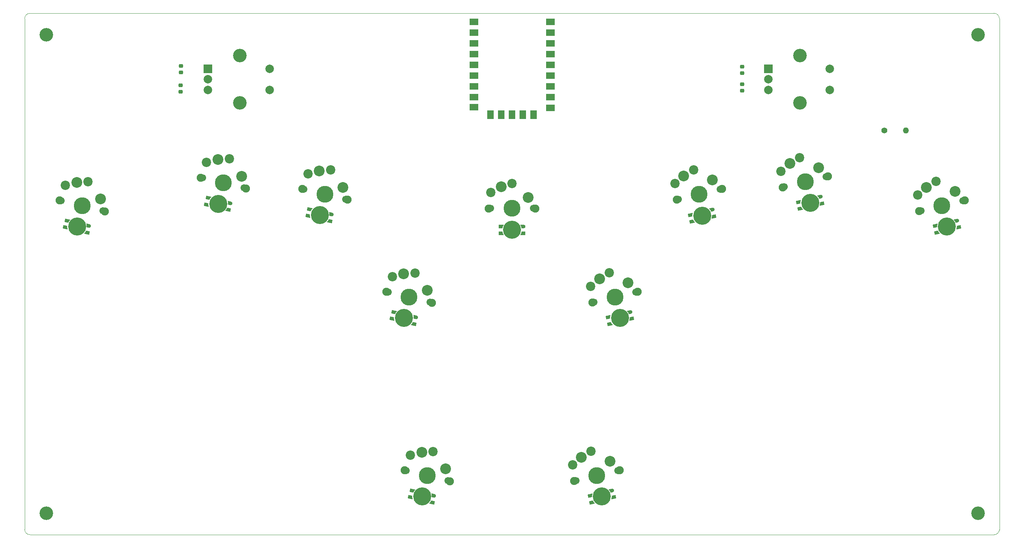
<source format=gbr>
%TF.GenerationSoftware,KiCad,Pcbnew,(6.0.1)*%
%TF.CreationDate,2023-04-04T23:27:17+09:00*%
%TF.ProjectId,MAXCON-zero,4d415843-4f4e-42d7-9a65-726f2e6b6963,rev?*%
%TF.SameCoordinates,Original*%
%TF.FileFunction,Soldermask,Top*%
%TF.FilePolarity,Negative*%
%FSLAX46Y46*%
G04 Gerber Fmt 4.6, Leading zero omitted, Abs format (unit mm)*
G04 Created by KiCad (PCBNEW (6.0.1)) date 2023-04-04 23:27:17*
%MOMM*%
%LPD*%
G01*
G04 APERTURE LIST*
G04 Aperture macros list*
%AMRoundRect*
0 Rectangle with rounded corners*
0 $1 Rounding radius*
0 $2 $3 $4 $5 $6 $7 $8 $9 X,Y pos of 4 corners*
0 Add a 4 corners polygon primitive as box body*
4,1,4,$2,$3,$4,$5,$6,$7,$8,$9,$2,$3,0*
0 Add four circle primitives for the rounded corners*
1,1,$1+$1,$2,$3*
1,1,$1+$1,$4,$5*
1,1,$1+$1,$6,$7*
1,1,$1+$1,$8,$9*
0 Add four rect primitives between the rounded corners*
20,1,$1+$1,$2,$3,$4,$5,0*
20,1,$1+$1,$4,$5,$6,$7,0*
20,1,$1+$1,$6,$7,$8,$9,0*
20,1,$1+$1,$8,$9,$2,$3,0*%
%AMFreePoly0*
4,1,34,0.539142,0.394142,0.545000,0.380000,0.545000,-0.380000,0.542091,-0.387023,0.539183,-0.394101,0.539154,-0.394113,0.539142,-0.394142,0.532183,-0.397025,0.525059,-0.400000,-0.345813,-0.402541,-0.359972,-0.396724,-0.365871,-0.382599,-0.363699,-0.377313,-0.368760,-0.369759,-0.367711,-0.364454,-0.414942,-0.174744,-0.481229,0.014483,-0.564791,0.196743,-0.661662,0.364831,-0.664143,0.365858,
-0.665002,0.367933,-0.666846,0.369219,-0.667839,0.374782,-0.670000,0.380000,-0.669139,0.382076,-0.669535,0.384289,-0.666303,0.388925,-0.664142,0.394142,-0.662066,0.395002,-0.660781,0.396846,-0.655218,0.397839,-0.650001,0.400000,0.525000,0.400000,0.539142,0.394142,0.539142,0.394142,$1*%
%AMFreePoly1*
4,1,32,0.525059,0.400001,0.532183,0.397025,0.539142,0.394142,0.539154,0.394113,0.539183,0.394101,0.542091,0.387023,0.545000,0.380000,0.545000,-0.380000,0.539142,-0.394142,0.525000,-0.400000,-0.650000,-0.400000,-0.664142,-0.394142,-0.670000,-0.380000,-0.664142,-0.365858,-0.650000,-0.360000,-0.639861,-0.360000,-0.639730,-0.359737,-0.647299,-0.349312,-0.644899,-0.334193,-0.640756,-0.331184,
-0.549199,-0.165628,-0.470962,0.011813,-0.408969,0.195560,-0.364825,0.379525,-0.365041,0.380578,-0.365871,0.382599,-0.365592,0.383268,-0.365853,0.384541,-0.363693,0.387815,-0.359972,0.396724,-0.345813,0.402541,0.525059,0.400001,0.525059,0.400001,$1*%
%AMFreePoly2*
4,1,37,0.319736,0.407785,0.429772,0.357533,0.521194,0.278316,0.586594,0.176552,0.620674,0.060484,0.620674,-0.060484,0.586594,-0.176551,0.521194,-0.278316,0.429772,-0.357533,0.319736,-0.407785,0.200000,-0.425000,-0.275000,-0.425000,-0.292678,-0.417678,-0.300000,-0.400000,-0.295208,-0.388431,-0.305365,-0.372951,-0.304263,-0.367635,-0.350273,-0.173516,-0.415031,0.020480,-0.496859,0.207915,
-0.592281,0.382137,-0.592678,0.382301,-0.593020,0.383126,-0.597072,0.386095,-0.598748,0.396955,-0.600000,0.399978,-0.599427,0.401360,-0.599990,0.405006,-0.595222,0.411514,-0.592678,0.417657,-0.589869,0.418820,-0.588682,0.420441,-0.584339,0.421111,-0.575001,0.424979,0.199999,0.425000,0.200000,0.425000,0.319736,0.407785,0.319736,0.407785,$1*%
G04 Aperture macros list end*
%TA.AperFunction,Profile*%
%ADD10C,0.100000*%
%TD*%
%ADD11C,1.900000*%
%ADD12C,1.701800*%
%ADD13C,3.400000*%
%ADD14C,3.987800*%
%ADD15C,2.200000*%
%ADD16C,2.540000*%
%ADD17R,2.000000X2.000000*%
%ADD18C,2.000000*%
%ADD19C,3.200000*%
%ADD20C,4.250000*%
%ADD21FreePoly0,193.500000*%
%ADD22FreePoly1,193.500000*%
%ADD23FreePoly2,13.500000*%
%ADD24FreePoly1,13.500000*%
%ADD25RoundRect,0.225000X-0.250000X0.225000X-0.250000X-0.225000X0.250000X-0.225000X0.250000X0.225000X0*%
%ADD26FreePoly0,180.000000*%
%ADD27FreePoly1,180.000000*%
%ADD28FreePoly2,0.000000*%
%ADD29FreePoly1,0.000000*%
%ADD30FreePoly0,166.500000*%
%ADD31FreePoly1,166.500000*%
%ADD32FreePoly2,346.500000*%
%ADD33FreePoly1,346.500000*%
%ADD34C,1.400000*%
%ADD35O,1.400000X1.400000*%
%ADD36R,2.000000X1.600000*%
%ADD37R,1.600000X2.000000*%
G04 APERTURE END LIST*
D10*
X22860000Y-29210000D02*
G75*
G03*
X21590000Y-30480000I-66J-1269934D01*
G01*
X251460000Y-30480000D02*
X251460000Y-151280000D01*
X250190000Y-152400000D02*
G75*
G03*
X251460000Y-151280000I0J1280045D01*
G01*
X21590000Y-151130000D02*
G75*
G03*
X22860000Y-152400000I1269999J-1D01*
G01*
X21590000Y-30480000D02*
X21590000Y-151130000D01*
X250190000Y-152400000D02*
X22860000Y-152400000D01*
X251460000Y-30480000D02*
G75*
G03*
X250200000Y-29200000I-1280125J33D01*
G01*
X144780000Y-29210000D02*
X250200000Y-29200000D01*
X128270000Y-29210000D02*
X22860000Y-29210000D01*
X128270000Y-29210000D02*
X144780000Y-29210000D01*
D11*
%TO.C,SW3*%
X186052331Y-70690330D03*
X175356262Y-73258229D03*
D12*
X175734512Y-73141708D03*
X185613790Y-70769904D03*
D13*
X180704296Y-71974279D03*
D14*
X180674151Y-71955806D03*
D15*
X179326969Y-66237297D03*
D16*
X177018429Y-67609118D03*
X183785929Y-68596560D03*
D15*
X174955354Y-69446500D03*
%TD*%
D17*
%TO.C,E2*%
X196950000Y-42311371D03*
D18*
X196950000Y-47311371D03*
X196950000Y-44811371D03*
D19*
X204450000Y-39211371D03*
X204450000Y-50411371D03*
D18*
X211450000Y-47311371D03*
X211450000Y-42311371D03*
%TD*%
D19*
%TO.C,REF\u002A\u002A*%
X26670000Y-34290000D03*
%TD*%
D13*
%TO.C,SW1*%
X237919767Y-74692702D03*
D14*
X237889622Y-74674229D03*
D11*
X243267802Y-73408753D03*
X232571733Y-75976652D03*
D12*
X232949983Y-75860131D03*
X242829261Y-73488327D03*
D16*
X234233900Y-70327541D03*
D15*
X236542440Y-68955720D03*
D16*
X241001400Y-71314983D03*
D15*
X232170825Y-72164923D03*
%TD*%
D20*
%TO.C,D4*%
X161986267Y-101206607D03*
D21*
X159579713Y-102607102D03*
D22*
X159230898Y-101045380D03*
D23*
X164294029Y-99829830D03*
D24*
X164741636Y-101367834D03*
%TD*%
D25*
%TO.C,C1*%
X58420000Y-41625000D03*
X58420000Y-43175000D03*
%TD*%
D20*
%TO.C,D6*%
X136524823Y-80371371D03*
D26*
X133857823Y-81171371D03*
D27*
X133883223Y-79571371D03*
D28*
X139090223Y-79571371D03*
D29*
X139166423Y-81171371D03*
%TD*%
D14*
%TO.C,SW10*%
X35160138Y-74674706D03*
D11*
X29830577Y-73420902D03*
D13*
X35178611Y-74704851D03*
D11*
X40526646Y-75988801D03*
D12*
X40099777Y-75860608D03*
X30220499Y-73488804D03*
D16*
X33876221Y-69142116D03*
D15*
X36555939Y-68967869D03*
X31203854Y-69842619D03*
D16*
X39457819Y-73094313D03*
%TD*%
D11*
%TO.C,SW4*%
X166178544Y-95001492D03*
D12*
X165740003Y-95081066D03*
X155860725Y-97452870D03*
D14*
X160800364Y-96266968D03*
D13*
X160830509Y-96285441D03*
D11*
X155482475Y-97569391D03*
D15*
X159453182Y-90548459D03*
D16*
X157144642Y-91920280D03*
X163912142Y-92907722D03*
D15*
X155081567Y-93757662D03*
%TD*%
D20*
%TO.C,D5*%
X157710903Y-143369639D03*
D21*
X155304349Y-144770134D03*
D22*
X154955534Y-143208412D03*
D23*
X160018665Y-141992862D03*
D24*
X160466272Y-143530866D03*
%TD*%
D20*
%TO.C,D11*%
X33974235Y-79614345D03*
D30*
X31194168Y-79769642D03*
D31*
X31592379Y-78219780D03*
D32*
X36655509Y-79435330D03*
D33*
X36356091Y-81008910D03*
%TD*%
D12*
%TO.C,SW11*%
X131444823Y-75291371D03*
D13*
X136549823Y-75316371D03*
D12*
X141604823Y-75291371D03*
D11*
X131049823Y-75316371D03*
D14*
X136524823Y-75291371D03*
D11*
X142049823Y-75316371D03*
D16*
X133984823Y-70211371D03*
D15*
X136549823Y-69416371D03*
D16*
X140334823Y-72751371D03*
D15*
X131549823Y-71516371D03*
%TD*%
D34*
%TO.C,R1*%
X224282000Y-56896000D03*
D35*
X229362000Y-56896000D03*
%TD*%
D19*
%TO.C,REF\u002A\u002A*%
X246380000Y-34290000D03*
%TD*%
D11*
%TO.C,SW2*%
X200365846Y-70339205D03*
D12*
X210623374Y-67850880D03*
D11*
X211061915Y-67771306D03*
D14*
X205683735Y-69036782D03*
D13*
X205713880Y-69055255D03*
D12*
X200744096Y-70222684D03*
D15*
X204336553Y-63318273D03*
D16*
X202028013Y-64690094D03*
D15*
X199964938Y-66527476D03*
D16*
X208795513Y-65677536D03*
%TD*%
D17*
%TO.C,E1*%
X64850000Y-42300000D03*
D18*
X64850000Y-47300000D03*
X64850000Y-44800000D03*
D19*
X72350000Y-50400000D03*
X72350000Y-39200000D03*
D18*
X79350000Y-47300000D03*
X79350000Y-42300000D03*
%TD*%
D20*
%TO.C,D1*%
X239075525Y-79613868D03*
D21*
X236668971Y-81014363D03*
D22*
X236320156Y-79452641D03*
D23*
X241383287Y-78237091D03*
D24*
X241830894Y-79775095D03*
%TD*%
D12*
%TO.C,SW8*%
X87435969Y-70770381D03*
X97315247Y-73142185D03*
D13*
X92394081Y-71986428D03*
D11*
X87046047Y-70702479D03*
X97742116Y-73270378D03*
D14*
X92375608Y-71956283D03*
D16*
X91091691Y-66423693D03*
D15*
X93771409Y-66249446D03*
X88419324Y-67124196D03*
D16*
X96673289Y-70375890D03*
%TD*%
D19*
%TO.C,REF\u002A\u002A*%
X246380000Y-147320000D03*
%TD*%
D11*
%TO.C,SW6*%
X121891268Y-139744572D03*
D12*
X111585121Y-137244575D03*
D11*
X111195199Y-137176673D03*
D12*
X121464399Y-139616379D03*
D14*
X116524760Y-138430477D03*
D13*
X116543233Y-138460622D03*
D16*
X115240843Y-132897887D03*
D15*
X117920561Y-132723640D03*
D16*
X120822441Y-136850084D03*
D15*
X112568476Y-133598390D03*
%TD*%
D20*
%TO.C,D3*%
X181359282Y-77015669D03*
D21*
X178952728Y-78416164D03*
D22*
X178603913Y-76854442D03*
D23*
X183667044Y-75638892D03*
D24*
X184114651Y-77176896D03*
%TD*%
D20*
%TO.C,D2*%
X206869637Y-73976420D03*
D21*
X204463083Y-75376915D03*
D22*
X204114268Y-73815193D03*
D23*
X209177399Y-72599643D03*
D24*
X209625006Y-74137647D03*
%TD*%
D20*
%TO.C,D9*%
X91189707Y-76895921D03*
D30*
X88409640Y-77051218D03*
D31*
X88807851Y-75501356D03*
D32*
X93870981Y-76716906D03*
D33*
X93571563Y-78290486D03*
%TD*%
D36*
%TO.C,RZ1*%
X145549823Y-31241371D03*
X145549823Y-33781371D03*
X145549823Y-36321371D03*
X145549823Y-38861371D03*
X145549823Y-41401371D03*
X145549823Y-43941371D03*
X145549823Y-46481371D03*
X145549823Y-49021371D03*
X145549823Y-51561371D03*
D37*
X141629823Y-53151371D03*
X139089823Y-53151371D03*
X136549823Y-53151371D03*
X134009823Y-53151371D03*
X131469823Y-53151371D03*
D36*
X127549823Y-51373371D03*
X127549823Y-49021371D03*
X127549823Y-46481371D03*
X127549823Y-43941371D03*
X127549823Y-41401371D03*
X127549823Y-38861371D03*
X127549823Y-36321371D03*
X127549823Y-33781371D03*
X127549823Y-31241371D03*
%TD*%
D11*
%TO.C,SW5*%
X151207111Y-139732423D03*
X161903180Y-137164524D03*
D12*
X161464639Y-137244098D03*
X151585361Y-139615902D03*
D13*
X156555145Y-138448473D03*
D14*
X156525000Y-138430000D03*
D15*
X155177818Y-132711491D03*
D16*
X152869278Y-134083312D03*
D15*
X150806203Y-135920694D03*
D16*
X159636778Y-135070754D03*
%TD*%
D11*
%TO.C,SW9*%
X63125519Y-68044913D03*
X73821588Y-70612812D03*
D12*
X73394719Y-70484619D03*
D14*
X68455080Y-69298717D03*
D13*
X68473553Y-69328862D03*
D12*
X63515441Y-68112815D03*
D16*
X67171163Y-63766127D03*
D15*
X69850881Y-63591880D03*
X64498796Y-64466630D03*
D16*
X72752761Y-67718324D03*
%TD*%
D25*
%TO.C,C2*%
X58400000Y-46225000D03*
X58400000Y-47775000D03*
%TD*%
D11*
%TO.C,SW7*%
X117615904Y-97581540D03*
D12*
X117189035Y-97453347D03*
D11*
X106919835Y-95013641D03*
D14*
X112249396Y-96267445D03*
D12*
X107309757Y-95081543D03*
D13*
X112267869Y-96297590D03*
D16*
X110965479Y-90734855D03*
D15*
X113645197Y-90560608D03*
D16*
X116547077Y-94687052D03*
D15*
X108293112Y-91435358D03*
%TD*%
D25*
%TO.C,C4*%
X190800000Y-41825000D03*
X190800000Y-43375000D03*
%TD*%
%TO.C,C3*%
X190799996Y-45960825D03*
X190799996Y-47510825D03*
%TD*%
D20*
%TO.C,D7*%
X115338857Y-143370116D03*
D30*
X112558790Y-143525413D03*
D31*
X112957001Y-141975551D03*
D32*
X118020131Y-143191101D03*
D33*
X117720713Y-144764681D03*
%TD*%
D20*
%TO.C,D10*%
X67269177Y-74238357D03*
D30*
X64489110Y-74393654D03*
D31*
X64887321Y-72843792D03*
D32*
X69950451Y-74059342D03*
D33*
X69651033Y-75632922D03*
%TD*%
D19*
%TO.C,REF\u002A\u002A*%
X26670000Y-147320000D03*
%TD*%
D20*
%TO.C,D8*%
X111063493Y-101207085D03*
D30*
X108283426Y-101362382D03*
D31*
X108681637Y-99812520D03*
D32*
X113744767Y-101028070D03*
D33*
X113445349Y-102601650D03*
%TD*%
M02*

</source>
